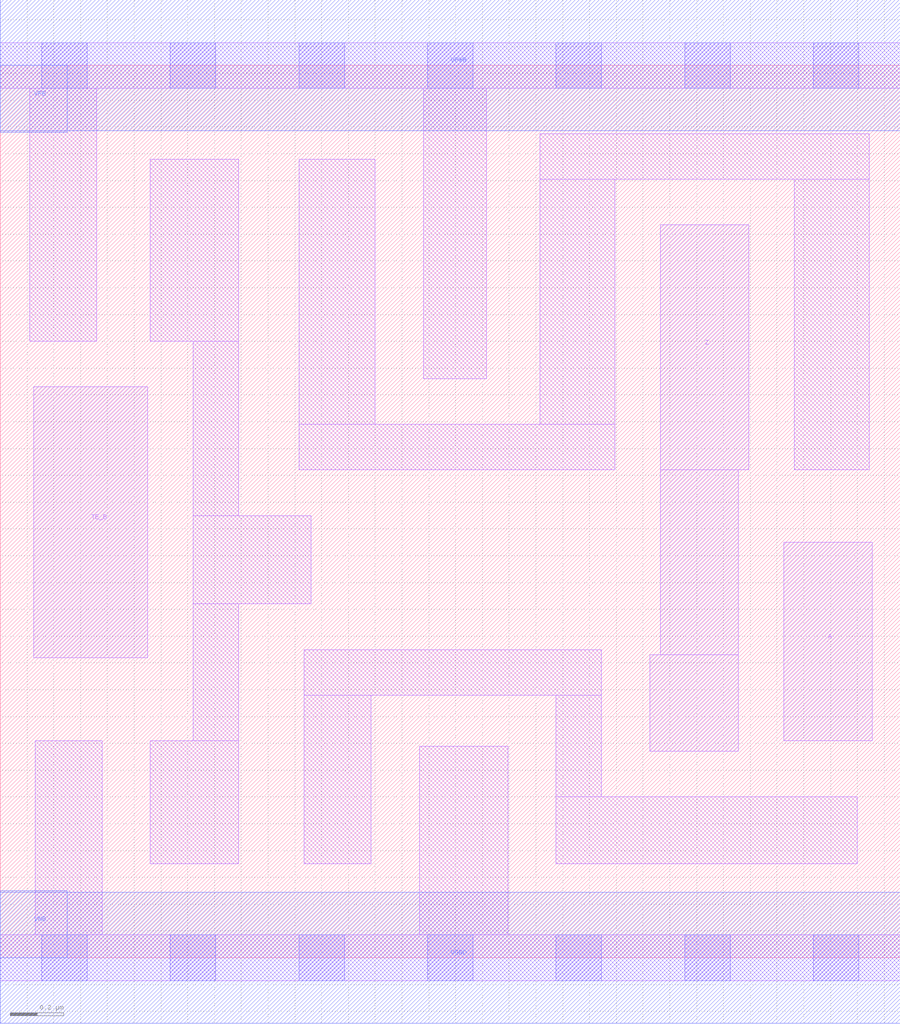
<source format=lef>
# Copyright 2020 The SkyWater PDK Authors
#
# Licensed under the Apache License, Version 2.0 (the "License");
# you may not use this file except in compliance with the License.
# You may obtain a copy of the License at
#
#     https://www.apache.org/licenses/LICENSE-2.0
#
# Unless required by applicable law or agreed to in writing, software
# distributed under the License is distributed on an "AS IS" BASIS,
# WITHOUT WARRANTIES OR CONDITIONS OF ANY KIND, either express or implied.
# See the License for the specific language governing permissions and
# limitations under the License.
#
# SPDX-License-Identifier: Apache-2.0

VERSION 5.5 ;
NAMESCASESENSITIVE ON ;
BUSBITCHARS "[]" ;
DIVIDERCHAR "/" ;
MACRO sky130_fd_sc_hs__einvn_2
  CLASS CORE ;
  SOURCE USER ;
  ORIGIN  0.000000  0.000000 ;
  SIZE  3.360000 BY  3.330000 ;
  SYMMETRY X Y ;
  SITE unit ;
  PIN A
    ANTENNAGATEAREA  0.558000 ;
    DIRECTION INPUT ;
    USE SIGNAL ;
    PORT
      LAYER li1 ;
        RECT 2.925000 0.810000 3.255000 1.550000 ;
    END
  END A
  PIN TE_B
    ANTENNAGATEAREA  0.495000 ;
    DIRECTION INPUT ;
    USE SIGNAL ;
    PORT
      LAYER li1 ;
        RECT 0.125000 1.120000 0.550000 2.130000 ;
    END
  END TE_B
  PIN Z
    ANTENNADIFFAREA  0.546900 ;
    DIRECTION OUTPUT ;
    USE SIGNAL ;
    PORT
      LAYER li1 ;
        RECT 2.425000 0.770000 2.755000 1.130000 ;
        RECT 2.465000 1.130000 2.755000 1.820000 ;
        RECT 2.465000 1.820000 2.795000 2.735000 ;
    END
  END Z
  PIN VGND
    DIRECTION INOUT ;
    USE GROUND ;
    PORT
      LAYER met1 ;
        RECT 0.000000 -0.245000 3.360000 0.245000 ;
    END
  END VGND
  PIN VNB
    DIRECTION INOUT ;
    USE GROUND ;
    PORT
      LAYER met1 ;
        RECT 0.000000 0.000000 0.250000 0.250000 ;
    END
  END VNB
  PIN VPB
    DIRECTION INOUT ;
    USE POWER ;
    PORT
      LAYER met1 ;
        RECT 0.000000 3.080000 0.250000 3.330000 ;
    END
  END VPB
  PIN VPWR
    DIRECTION INOUT ;
    USE POWER ;
    PORT
      LAYER met1 ;
        RECT 0.000000 3.085000 3.360000 3.575000 ;
    END
  END VPWR
  OBS
    LAYER li1 ;
      RECT 0.000000 -0.085000 3.360000 0.085000 ;
      RECT 0.000000  3.245000 3.360000 3.415000 ;
      RECT 0.110000  2.300000 0.360000 3.245000 ;
      RECT 0.130000  0.085000 0.380000 0.810000 ;
      RECT 0.560000  0.350000 0.890000 0.810000 ;
      RECT 0.560000  2.300000 0.890000 2.980000 ;
      RECT 0.720000  0.810000 0.890000 1.320000 ;
      RECT 0.720000  1.320000 1.160000 1.650000 ;
      RECT 0.720000  1.650000 0.890000 2.300000 ;
      RECT 1.115000  1.820000 2.295000 1.990000 ;
      RECT 1.115000  1.990000 1.400000 2.980000 ;
      RECT 1.135000  0.350000 1.385000 0.980000 ;
      RECT 1.135000  0.980000 2.245000 1.150000 ;
      RECT 1.565000  0.085000 1.895000 0.790000 ;
      RECT 1.580000  2.160000 1.815000 3.245000 ;
      RECT 2.015000  1.990000 2.295000 2.905000 ;
      RECT 2.015000  2.905000 3.245000 3.075000 ;
      RECT 2.075000  0.350000 3.200000 0.600000 ;
      RECT 2.075000  0.600000 2.245000 0.980000 ;
      RECT 2.965000  1.820000 3.245000 2.905000 ;
    LAYER mcon ;
      RECT 0.155000 -0.085000 0.325000 0.085000 ;
      RECT 0.155000  3.245000 0.325000 3.415000 ;
      RECT 0.635000 -0.085000 0.805000 0.085000 ;
      RECT 0.635000  3.245000 0.805000 3.415000 ;
      RECT 1.115000 -0.085000 1.285000 0.085000 ;
      RECT 1.115000  3.245000 1.285000 3.415000 ;
      RECT 1.595000 -0.085000 1.765000 0.085000 ;
      RECT 1.595000  3.245000 1.765000 3.415000 ;
      RECT 2.075000 -0.085000 2.245000 0.085000 ;
      RECT 2.075000  3.245000 2.245000 3.415000 ;
      RECT 2.555000 -0.085000 2.725000 0.085000 ;
      RECT 2.555000  3.245000 2.725000 3.415000 ;
      RECT 3.035000 -0.085000 3.205000 0.085000 ;
      RECT 3.035000  3.245000 3.205000 3.415000 ;
  END
END sky130_fd_sc_hs__einvn_2

</source>
